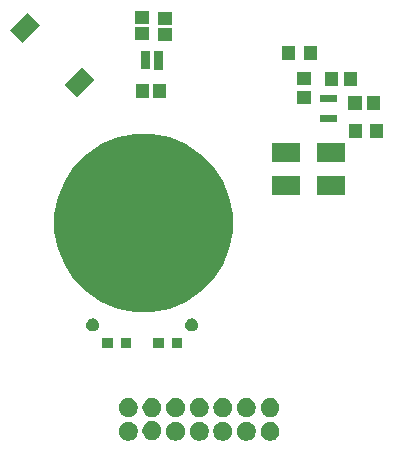
<source format=gts>
G04 #@! TF.GenerationSoftware,KiCad,Pcbnew,5.1.5-52549c5~84~ubuntu18.04.1*
G04 #@! TF.CreationDate,2020-02-14T10:22:43+02:00*
G04 #@! TF.ProjectId,Touch_Switch_1ch,546f7563-685f-4537-9769-7463685f3163,rev?*
G04 #@! TF.SameCoordinates,Original*
G04 #@! TF.FileFunction,Soldermask,Top*
G04 #@! TF.FilePolarity,Negative*
%FSLAX46Y46*%
G04 Gerber Fmt 4.6, Leading zero omitted, Abs format (unit mm)*
G04 Created by KiCad (PCBNEW 5.1.5-52549c5~84~ubuntu18.04.1) date 2020-02-14 10:22:43*
%MOMM*%
%LPD*%
G04 APERTURE LIST*
%ADD10C,0.100000*%
G04 APERTURE END LIST*
D10*
G36*
X96151642Y-71221781D02*
G01*
X96297414Y-71282162D01*
X96297416Y-71282163D01*
X96428608Y-71369822D01*
X96540178Y-71481392D01*
X96627837Y-71612584D01*
X96627838Y-71612586D01*
X96688219Y-71758358D01*
X96719000Y-71913107D01*
X96719000Y-72070893D01*
X96688219Y-72225642D01*
X96648548Y-72321416D01*
X96627837Y-72371416D01*
X96540178Y-72502608D01*
X96428608Y-72614178D01*
X96297416Y-72701837D01*
X96297415Y-72701838D01*
X96297414Y-72701838D01*
X96151642Y-72762219D01*
X95996893Y-72793000D01*
X95839107Y-72793000D01*
X95684358Y-72762219D01*
X95538586Y-72701838D01*
X95538585Y-72701838D01*
X95538584Y-72701837D01*
X95407392Y-72614178D01*
X95295822Y-72502608D01*
X95208163Y-72371416D01*
X95187452Y-72321416D01*
X95147781Y-72225642D01*
X95117000Y-72070893D01*
X95117000Y-71913107D01*
X95147781Y-71758358D01*
X95208162Y-71612586D01*
X95208163Y-71612584D01*
X95295822Y-71481392D01*
X95407392Y-71369822D01*
X95538584Y-71282163D01*
X95538586Y-71282162D01*
X95684358Y-71221781D01*
X95839107Y-71191000D01*
X95996893Y-71191000D01*
X96151642Y-71221781D01*
G37*
G36*
X102151642Y-71221781D02*
G01*
X102297414Y-71282162D01*
X102297416Y-71282163D01*
X102428608Y-71369822D01*
X102540178Y-71481392D01*
X102627837Y-71612584D01*
X102627838Y-71612586D01*
X102688219Y-71758358D01*
X102719000Y-71913107D01*
X102719000Y-72070893D01*
X102688219Y-72225642D01*
X102648548Y-72321416D01*
X102627837Y-72371416D01*
X102540178Y-72502608D01*
X102428608Y-72614178D01*
X102297416Y-72701837D01*
X102297415Y-72701838D01*
X102297414Y-72701838D01*
X102151642Y-72762219D01*
X101996893Y-72793000D01*
X101839107Y-72793000D01*
X101684358Y-72762219D01*
X101538586Y-72701838D01*
X101538585Y-72701838D01*
X101538584Y-72701837D01*
X101407392Y-72614178D01*
X101295822Y-72502608D01*
X101208163Y-72371416D01*
X101187452Y-72321416D01*
X101147781Y-72225642D01*
X101117000Y-72070893D01*
X101117000Y-71913107D01*
X101147781Y-71758358D01*
X101208162Y-71612586D01*
X101208163Y-71612584D01*
X101295822Y-71481392D01*
X101407392Y-71369822D01*
X101538584Y-71282163D01*
X101538586Y-71282162D01*
X101684358Y-71221781D01*
X101839107Y-71191000D01*
X101996893Y-71191000D01*
X102151642Y-71221781D01*
G37*
G36*
X92151642Y-71221781D02*
G01*
X92297414Y-71282162D01*
X92297416Y-71282163D01*
X92428608Y-71369822D01*
X92540178Y-71481392D01*
X92627837Y-71612584D01*
X92627838Y-71612586D01*
X92688219Y-71758358D01*
X92719000Y-71913107D01*
X92719000Y-72070893D01*
X92688219Y-72225642D01*
X92648548Y-72321416D01*
X92627837Y-72371416D01*
X92540178Y-72502608D01*
X92428608Y-72614178D01*
X92297416Y-72701837D01*
X92297415Y-72701838D01*
X92297414Y-72701838D01*
X92151642Y-72762219D01*
X91996893Y-72793000D01*
X91839107Y-72793000D01*
X91684358Y-72762219D01*
X91538586Y-72701838D01*
X91538585Y-72701838D01*
X91538584Y-72701837D01*
X91407392Y-72614178D01*
X91295822Y-72502608D01*
X91208163Y-72371416D01*
X91187452Y-72321416D01*
X91147781Y-72225642D01*
X91117000Y-72070893D01*
X91117000Y-71913107D01*
X91147781Y-71758358D01*
X91208162Y-71612586D01*
X91208163Y-71612584D01*
X91295822Y-71481392D01*
X91407392Y-71369822D01*
X91538584Y-71282163D01*
X91538586Y-71282162D01*
X91684358Y-71221781D01*
X91839107Y-71191000D01*
X91996893Y-71191000D01*
X92151642Y-71221781D01*
G37*
G36*
X100151642Y-71221781D02*
G01*
X100297414Y-71282162D01*
X100297416Y-71282163D01*
X100428608Y-71369822D01*
X100540178Y-71481392D01*
X100627837Y-71612584D01*
X100627838Y-71612586D01*
X100688219Y-71758358D01*
X100719000Y-71913107D01*
X100719000Y-72070893D01*
X100688219Y-72225642D01*
X100648548Y-72321416D01*
X100627837Y-72371416D01*
X100540178Y-72502608D01*
X100428608Y-72614178D01*
X100297416Y-72701837D01*
X100297415Y-72701838D01*
X100297414Y-72701838D01*
X100151642Y-72762219D01*
X99996893Y-72793000D01*
X99839107Y-72793000D01*
X99684358Y-72762219D01*
X99538586Y-72701838D01*
X99538585Y-72701838D01*
X99538584Y-72701837D01*
X99407392Y-72614178D01*
X99295822Y-72502608D01*
X99208163Y-72371416D01*
X99187452Y-72321416D01*
X99147781Y-72225642D01*
X99117000Y-72070893D01*
X99117000Y-71913107D01*
X99147781Y-71758358D01*
X99208162Y-71612586D01*
X99208163Y-71612584D01*
X99295822Y-71481392D01*
X99407392Y-71369822D01*
X99538584Y-71282163D01*
X99538586Y-71282162D01*
X99684358Y-71221781D01*
X99839107Y-71191000D01*
X99996893Y-71191000D01*
X100151642Y-71221781D01*
G37*
G36*
X98151642Y-71221781D02*
G01*
X98297414Y-71282162D01*
X98297416Y-71282163D01*
X98428608Y-71369822D01*
X98540178Y-71481392D01*
X98627837Y-71612584D01*
X98627838Y-71612586D01*
X98688219Y-71758358D01*
X98719000Y-71913107D01*
X98719000Y-72070893D01*
X98688219Y-72225642D01*
X98648548Y-72321416D01*
X98627837Y-72371416D01*
X98540178Y-72502608D01*
X98428608Y-72614178D01*
X98297416Y-72701837D01*
X98297415Y-72701838D01*
X98297414Y-72701838D01*
X98151642Y-72762219D01*
X97996893Y-72793000D01*
X97839107Y-72793000D01*
X97684358Y-72762219D01*
X97538586Y-72701838D01*
X97538585Y-72701838D01*
X97538584Y-72701837D01*
X97407392Y-72614178D01*
X97295822Y-72502608D01*
X97208163Y-72371416D01*
X97187452Y-72321416D01*
X97147781Y-72225642D01*
X97117000Y-72070893D01*
X97117000Y-71913107D01*
X97147781Y-71758358D01*
X97208162Y-71612586D01*
X97208163Y-71612584D01*
X97295822Y-71481392D01*
X97407392Y-71369822D01*
X97538584Y-71282163D01*
X97538586Y-71282162D01*
X97684358Y-71221781D01*
X97839107Y-71191000D01*
X97996893Y-71191000D01*
X98151642Y-71221781D01*
G37*
G36*
X104151642Y-71221781D02*
G01*
X104297414Y-71282162D01*
X104297416Y-71282163D01*
X104428608Y-71369822D01*
X104540178Y-71481392D01*
X104627837Y-71612584D01*
X104627838Y-71612586D01*
X104688219Y-71758358D01*
X104719000Y-71913107D01*
X104719000Y-72070893D01*
X104688219Y-72225642D01*
X104648548Y-72321416D01*
X104627837Y-72371416D01*
X104540178Y-72502608D01*
X104428608Y-72614178D01*
X104297416Y-72701837D01*
X104297415Y-72701838D01*
X104297414Y-72701838D01*
X104151642Y-72762219D01*
X103996893Y-72793000D01*
X103839107Y-72793000D01*
X103684358Y-72762219D01*
X103538586Y-72701838D01*
X103538585Y-72701838D01*
X103538584Y-72701837D01*
X103407392Y-72614178D01*
X103295822Y-72502608D01*
X103208163Y-72371416D01*
X103187452Y-72321416D01*
X103147781Y-72225642D01*
X103117000Y-72070893D01*
X103117000Y-71913107D01*
X103147781Y-71758358D01*
X103208162Y-71612586D01*
X103208163Y-71612584D01*
X103295822Y-71481392D01*
X103407392Y-71369822D01*
X103538584Y-71282163D01*
X103538586Y-71282162D01*
X103684358Y-71221781D01*
X103839107Y-71191000D01*
X103996893Y-71191000D01*
X104151642Y-71221781D01*
G37*
G36*
X94151642Y-71171781D02*
G01*
X94297414Y-71232162D01*
X94297416Y-71232163D01*
X94428608Y-71319822D01*
X94540178Y-71431392D01*
X94573587Y-71481393D01*
X94627838Y-71562586D01*
X94688219Y-71708358D01*
X94719000Y-71863107D01*
X94719000Y-72020893D01*
X94688219Y-72175642D01*
X94627838Y-72321414D01*
X94627837Y-72321416D01*
X94540178Y-72452608D01*
X94428608Y-72564178D01*
X94297416Y-72651837D01*
X94297415Y-72651838D01*
X94297414Y-72651838D01*
X94151642Y-72712219D01*
X93996893Y-72743000D01*
X93839107Y-72743000D01*
X93684358Y-72712219D01*
X93538586Y-72651838D01*
X93538585Y-72651838D01*
X93538584Y-72651837D01*
X93407392Y-72564178D01*
X93295822Y-72452608D01*
X93208163Y-72321416D01*
X93208162Y-72321414D01*
X93147781Y-72175642D01*
X93117000Y-72020893D01*
X93117000Y-71863107D01*
X93147781Y-71708358D01*
X93208162Y-71562586D01*
X93262413Y-71481393D01*
X93295822Y-71431392D01*
X93407392Y-71319822D01*
X93538584Y-71232163D01*
X93538586Y-71232162D01*
X93684358Y-71171781D01*
X93839107Y-71141000D01*
X93996893Y-71141000D01*
X94151642Y-71171781D01*
G37*
G36*
X92151642Y-69221781D02*
G01*
X92297414Y-69282162D01*
X92297416Y-69282163D01*
X92428608Y-69369822D01*
X92540178Y-69481392D01*
X92627837Y-69612584D01*
X92627838Y-69612586D01*
X92688219Y-69758358D01*
X92719000Y-69913107D01*
X92719000Y-70070893D01*
X92688219Y-70225642D01*
X92627838Y-70371414D01*
X92627837Y-70371416D01*
X92540178Y-70502608D01*
X92428608Y-70614178D01*
X92297416Y-70701837D01*
X92297415Y-70701838D01*
X92297414Y-70701838D01*
X92151642Y-70762219D01*
X91996893Y-70793000D01*
X91839107Y-70793000D01*
X91684358Y-70762219D01*
X91538586Y-70701838D01*
X91538585Y-70701838D01*
X91538584Y-70701837D01*
X91407392Y-70614178D01*
X91295822Y-70502608D01*
X91208163Y-70371416D01*
X91208162Y-70371414D01*
X91147781Y-70225642D01*
X91117000Y-70070893D01*
X91117000Y-69913107D01*
X91147781Y-69758358D01*
X91208162Y-69612586D01*
X91208163Y-69612584D01*
X91295822Y-69481392D01*
X91407392Y-69369822D01*
X91538584Y-69282163D01*
X91538586Y-69282162D01*
X91684358Y-69221781D01*
X91839107Y-69191000D01*
X91996893Y-69191000D01*
X92151642Y-69221781D01*
G37*
G36*
X94151642Y-69221781D02*
G01*
X94297414Y-69282162D01*
X94297416Y-69282163D01*
X94428608Y-69369822D01*
X94540178Y-69481392D01*
X94627837Y-69612584D01*
X94627838Y-69612586D01*
X94688219Y-69758358D01*
X94719000Y-69913107D01*
X94719000Y-70070893D01*
X94688219Y-70225642D01*
X94627838Y-70371414D01*
X94627837Y-70371416D01*
X94540178Y-70502608D01*
X94428608Y-70614178D01*
X94297416Y-70701837D01*
X94297415Y-70701838D01*
X94297414Y-70701838D01*
X94151642Y-70762219D01*
X93996893Y-70793000D01*
X93839107Y-70793000D01*
X93684358Y-70762219D01*
X93538586Y-70701838D01*
X93538585Y-70701838D01*
X93538584Y-70701837D01*
X93407392Y-70614178D01*
X93295822Y-70502608D01*
X93208163Y-70371416D01*
X93208162Y-70371414D01*
X93147781Y-70225642D01*
X93117000Y-70070893D01*
X93117000Y-69913107D01*
X93147781Y-69758358D01*
X93208162Y-69612586D01*
X93208163Y-69612584D01*
X93295822Y-69481392D01*
X93407392Y-69369822D01*
X93538584Y-69282163D01*
X93538586Y-69282162D01*
X93684358Y-69221781D01*
X93839107Y-69191000D01*
X93996893Y-69191000D01*
X94151642Y-69221781D01*
G37*
G36*
X104151642Y-69221781D02*
G01*
X104297414Y-69282162D01*
X104297416Y-69282163D01*
X104428608Y-69369822D01*
X104540178Y-69481392D01*
X104627837Y-69612584D01*
X104627838Y-69612586D01*
X104688219Y-69758358D01*
X104719000Y-69913107D01*
X104719000Y-70070893D01*
X104688219Y-70225642D01*
X104627838Y-70371414D01*
X104627837Y-70371416D01*
X104540178Y-70502608D01*
X104428608Y-70614178D01*
X104297416Y-70701837D01*
X104297415Y-70701838D01*
X104297414Y-70701838D01*
X104151642Y-70762219D01*
X103996893Y-70793000D01*
X103839107Y-70793000D01*
X103684358Y-70762219D01*
X103538586Y-70701838D01*
X103538585Y-70701838D01*
X103538584Y-70701837D01*
X103407392Y-70614178D01*
X103295822Y-70502608D01*
X103208163Y-70371416D01*
X103208162Y-70371414D01*
X103147781Y-70225642D01*
X103117000Y-70070893D01*
X103117000Y-69913107D01*
X103147781Y-69758358D01*
X103208162Y-69612586D01*
X103208163Y-69612584D01*
X103295822Y-69481392D01*
X103407392Y-69369822D01*
X103538584Y-69282163D01*
X103538586Y-69282162D01*
X103684358Y-69221781D01*
X103839107Y-69191000D01*
X103996893Y-69191000D01*
X104151642Y-69221781D01*
G37*
G36*
X102151642Y-69221781D02*
G01*
X102297414Y-69282162D01*
X102297416Y-69282163D01*
X102428608Y-69369822D01*
X102540178Y-69481392D01*
X102627837Y-69612584D01*
X102627838Y-69612586D01*
X102688219Y-69758358D01*
X102719000Y-69913107D01*
X102719000Y-70070893D01*
X102688219Y-70225642D01*
X102627838Y-70371414D01*
X102627837Y-70371416D01*
X102540178Y-70502608D01*
X102428608Y-70614178D01*
X102297416Y-70701837D01*
X102297415Y-70701838D01*
X102297414Y-70701838D01*
X102151642Y-70762219D01*
X101996893Y-70793000D01*
X101839107Y-70793000D01*
X101684358Y-70762219D01*
X101538586Y-70701838D01*
X101538585Y-70701838D01*
X101538584Y-70701837D01*
X101407392Y-70614178D01*
X101295822Y-70502608D01*
X101208163Y-70371416D01*
X101208162Y-70371414D01*
X101147781Y-70225642D01*
X101117000Y-70070893D01*
X101117000Y-69913107D01*
X101147781Y-69758358D01*
X101208162Y-69612586D01*
X101208163Y-69612584D01*
X101295822Y-69481392D01*
X101407392Y-69369822D01*
X101538584Y-69282163D01*
X101538586Y-69282162D01*
X101684358Y-69221781D01*
X101839107Y-69191000D01*
X101996893Y-69191000D01*
X102151642Y-69221781D01*
G37*
G36*
X100151642Y-69221781D02*
G01*
X100297414Y-69282162D01*
X100297416Y-69282163D01*
X100428608Y-69369822D01*
X100540178Y-69481392D01*
X100627837Y-69612584D01*
X100627838Y-69612586D01*
X100688219Y-69758358D01*
X100719000Y-69913107D01*
X100719000Y-70070893D01*
X100688219Y-70225642D01*
X100627838Y-70371414D01*
X100627837Y-70371416D01*
X100540178Y-70502608D01*
X100428608Y-70614178D01*
X100297416Y-70701837D01*
X100297415Y-70701838D01*
X100297414Y-70701838D01*
X100151642Y-70762219D01*
X99996893Y-70793000D01*
X99839107Y-70793000D01*
X99684358Y-70762219D01*
X99538586Y-70701838D01*
X99538585Y-70701838D01*
X99538584Y-70701837D01*
X99407392Y-70614178D01*
X99295822Y-70502608D01*
X99208163Y-70371416D01*
X99208162Y-70371414D01*
X99147781Y-70225642D01*
X99117000Y-70070893D01*
X99117000Y-69913107D01*
X99147781Y-69758358D01*
X99208162Y-69612586D01*
X99208163Y-69612584D01*
X99295822Y-69481392D01*
X99407392Y-69369822D01*
X99538584Y-69282163D01*
X99538586Y-69282162D01*
X99684358Y-69221781D01*
X99839107Y-69191000D01*
X99996893Y-69191000D01*
X100151642Y-69221781D01*
G37*
G36*
X96151642Y-69221781D02*
G01*
X96297414Y-69282162D01*
X96297416Y-69282163D01*
X96428608Y-69369822D01*
X96540178Y-69481392D01*
X96627837Y-69612584D01*
X96627838Y-69612586D01*
X96688219Y-69758358D01*
X96719000Y-69913107D01*
X96719000Y-70070893D01*
X96688219Y-70225642D01*
X96627838Y-70371414D01*
X96627837Y-70371416D01*
X96540178Y-70502608D01*
X96428608Y-70614178D01*
X96297416Y-70701837D01*
X96297415Y-70701838D01*
X96297414Y-70701838D01*
X96151642Y-70762219D01*
X95996893Y-70793000D01*
X95839107Y-70793000D01*
X95684358Y-70762219D01*
X95538586Y-70701838D01*
X95538585Y-70701838D01*
X95538584Y-70701837D01*
X95407392Y-70614178D01*
X95295822Y-70502608D01*
X95208163Y-70371416D01*
X95208162Y-70371414D01*
X95147781Y-70225642D01*
X95117000Y-70070893D01*
X95117000Y-69913107D01*
X95147781Y-69758358D01*
X95208162Y-69612586D01*
X95208163Y-69612584D01*
X95295822Y-69481392D01*
X95407392Y-69369822D01*
X95538584Y-69282163D01*
X95538586Y-69282162D01*
X95684358Y-69221781D01*
X95839107Y-69191000D01*
X95996893Y-69191000D01*
X96151642Y-69221781D01*
G37*
G36*
X98151642Y-69221781D02*
G01*
X98297414Y-69282162D01*
X98297416Y-69282163D01*
X98428608Y-69369822D01*
X98540178Y-69481392D01*
X98627837Y-69612584D01*
X98627838Y-69612586D01*
X98688219Y-69758358D01*
X98719000Y-69913107D01*
X98719000Y-70070893D01*
X98688219Y-70225642D01*
X98627838Y-70371414D01*
X98627837Y-70371416D01*
X98540178Y-70502608D01*
X98428608Y-70614178D01*
X98297416Y-70701837D01*
X98297415Y-70701838D01*
X98297414Y-70701838D01*
X98151642Y-70762219D01*
X97996893Y-70793000D01*
X97839107Y-70793000D01*
X97684358Y-70762219D01*
X97538586Y-70701838D01*
X97538585Y-70701838D01*
X97538584Y-70701837D01*
X97407392Y-70614178D01*
X97295822Y-70502608D01*
X97208163Y-70371416D01*
X97208162Y-70371414D01*
X97147781Y-70225642D01*
X97117000Y-70070893D01*
X97117000Y-69913107D01*
X97147781Y-69758358D01*
X97208162Y-69612586D01*
X97208163Y-69612584D01*
X97295822Y-69481392D01*
X97407392Y-69369822D01*
X97538584Y-69282163D01*
X97538586Y-69282162D01*
X97684358Y-69221781D01*
X97839107Y-69191000D01*
X97996893Y-69191000D01*
X98151642Y-69221781D01*
G37*
G36*
X90583000Y-64967000D02*
G01*
X89681000Y-64967000D01*
X89681000Y-64065000D01*
X90583000Y-64065000D01*
X90583000Y-64967000D01*
G37*
G36*
X96501000Y-64967000D02*
G01*
X95599000Y-64967000D01*
X95599000Y-64065000D01*
X96501000Y-64065000D01*
X96501000Y-64967000D01*
G37*
G36*
X94901000Y-64967000D02*
G01*
X93999000Y-64967000D01*
X93999000Y-64065000D01*
X94901000Y-64065000D01*
X94901000Y-64967000D01*
G37*
G36*
X92183000Y-64967000D02*
G01*
X91281000Y-64967000D01*
X91281000Y-64065000D01*
X92183000Y-64065000D01*
X92183000Y-64967000D01*
G37*
G36*
X97442721Y-62462174D02*
G01*
X97542995Y-62503709D01*
X97542996Y-62503710D01*
X97633242Y-62564010D01*
X97709990Y-62640758D01*
X97709991Y-62640760D01*
X97770291Y-62731005D01*
X97811826Y-62831279D01*
X97833000Y-62937730D01*
X97833000Y-63046270D01*
X97811826Y-63152721D01*
X97770291Y-63252995D01*
X97770290Y-63252996D01*
X97709990Y-63343242D01*
X97633242Y-63419990D01*
X97587812Y-63450345D01*
X97542995Y-63480291D01*
X97442721Y-63521826D01*
X97336270Y-63543000D01*
X97227730Y-63543000D01*
X97121279Y-63521826D01*
X97021005Y-63480291D01*
X96976188Y-63450345D01*
X96930758Y-63419990D01*
X96854010Y-63343242D01*
X96793710Y-63252996D01*
X96793709Y-63252995D01*
X96752174Y-63152721D01*
X96731000Y-63046270D01*
X96731000Y-62937730D01*
X96752174Y-62831279D01*
X96793709Y-62731005D01*
X96854009Y-62640760D01*
X96854010Y-62640758D01*
X96930758Y-62564010D01*
X97021004Y-62503710D01*
X97021005Y-62503709D01*
X97121279Y-62462174D01*
X97227730Y-62441000D01*
X97336270Y-62441000D01*
X97442721Y-62462174D01*
G37*
G36*
X89060721Y-62462174D02*
G01*
X89160995Y-62503709D01*
X89160996Y-62503710D01*
X89251242Y-62564010D01*
X89327990Y-62640758D01*
X89327991Y-62640760D01*
X89388291Y-62731005D01*
X89429826Y-62831279D01*
X89451000Y-62937730D01*
X89451000Y-63046270D01*
X89429826Y-63152721D01*
X89388291Y-63252995D01*
X89388290Y-63252996D01*
X89327990Y-63343242D01*
X89251242Y-63419990D01*
X89205812Y-63450345D01*
X89160995Y-63480291D01*
X89060721Y-63521826D01*
X88954270Y-63543000D01*
X88845730Y-63543000D01*
X88739279Y-63521826D01*
X88639005Y-63480291D01*
X88594188Y-63450345D01*
X88548758Y-63419990D01*
X88472010Y-63343242D01*
X88411710Y-63252996D01*
X88411709Y-63252995D01*
X88370174Y-63152721D01*
X88349000Y-63046270D01*
X88349000Y-62937730D01*
X88370174Y-62831279D01*
X88411709Y-62731005D01*
X88472009Y-62640760D01*
X88472010Y-62640758D01*
X88548758Y-62564010D01*
X88639004Y-62503710D01*
X88639005Y-62503709D01*
X88739279Y-62462174D01*
X88845730Y-62441000D01*
X88954270Y-62441000D01*
X89060721Y-62462174D01*
G37*
G36*
X95419544Y-47095180D02*
G01*
X96667257Y-47612000D01*
X96793740Y-47664391D01*
X98030482Y-48490755D01*
X99082245Y-49542518D01*
X99908609Y-50779260D01*
X99908610Y-50779262D01*
X100477820Y-52153456D01*
X100768000Y-53612290D01*
X100768000Y-55099710D01*
X100477820Y-56558544D01*
X99908610Y-57932738D01*
X99908609Y-57932740D01*
X99082245Y-59169482D01*
X98030482Y-60221245D01*
X96793740Y-61047609D01*
X96793739Y-61047610D01*
X96793738Y-61047610D01*
X95419544Y-61616820D01*
X93960710Y-61907000D01*
X92473290Y-61907000D01*
X91014456Y-61616820D01*
X89640262Y-61047610D01*
X89640261Y-61047610D01*
X89640260Y-61047609D01*
X88403518Y-60221245D01*
X87351755Y-59169482D01*
X86525391Y-57932740D01*
X86525390Y-57932738D01*
X85956180Y-56558544D01*
X85666000Y-55099710D01*
X85666000Y-53612290D01*
X85956180Y-52153456D01*
X86525390Y-50779262D01*
X86525391Y-50779260D01*
X87351755Y-49542518D01*
X88403518Y-48490755D01*
X89640260Y-47664391D01*
X89766743Y-47612000D01*
X91014456Y-47095180D01*
X92473290Y-46805000D01*
X93960710Y-46805000D01*
X95419544Y-47095180D01*
G37*
G36*
X110248500Y-51956000D02*
G01*
X107885500Y-51956000D01*
X107885500Y-50406000D01*
X110248500Y-50406000D01*
X110248500Y-51956000D01*
G37*
G36*
X106464500Y-51956000D02*
G01*
X104101500Y-51956000D01*
X104101500Y-50406000D01*
X106464500Y-50406000D01*
X106464500Y-51956000D01*
G37*
G36*
X110248500Y-49162000D02*
G01*
X107885500Y-49162000D01*
X107885500Y-47612000D01*
X110248500Y-47612000D01*
X110248500Y-49162000D01*
G37*
G36*
X106464500Y-49162000D02*
G01*
X104101500Y-49162000D01*
X104101500Y-47612000D01*
X106464500Y-47612000D01*
X106464500Y-49162000D01*
G37*
G36*
X113476000Y-47210000D02*
G01*
X112374000Y-47210000D01*
X112374000Y-46008000D01*
X113476000Y-46008000D01*
X113476000Y-47210000D01*
G37*
G36*
X111676000Y-47210000D02*
G01*
X110574000Y-47210000D01*
X110574000Y-46008000D01*
X111676000Y-46008000D01*
X111676000Y-47210000D01*
G37*
G36*
X109548000Y-45855000D02*
G01*
X108130000Y-45855000D01*
X108130000Y-45253000D01*
X109548000Y-45253000D01*
X109548000Y-45855000D01*
G37*
G36*
X111664000Y-44797000D02*
G01*
X110562000Y-44797000D01*
X110562000Y-43595000D01*
X111664000Y-43595000D01*
X111664000Y-44797000D01*
G37*
G36*
X113264000Y-44797000D02*
G01*
X112162000Y-44797000D01*
X112162000Y-43595000D01*
X113264000Y-43595000D01*
X113264000Y-44797000D01*
G37*
G36*
X107409000Y-44292000D02*
G01*
X106207000Y-44292000D01*
X106207000Y-43190000D01*
X107409000Y-43190000D01*
X107409000Y-44292000D01*
G37*
G36*
X109548000Y-44155000D02*
G01*
X108130000Y-44155000D01*
X108130000Y-43553000D01*
X109548000Y-43553000D01*
X109548000Y-44155000D01*
G37*
G36*
X93704000Y-43781000D02*
G01*
X92602000Y-43781000D01*
X92602000Y-42579000D01*
X93704000Y-42579000D01*
X93704000Y-43781000D01*
G37*
G36*
X95104000Y-43781000D02*
G01*
X94002000Y-43781000D01*
X94002000Y-42579000D01*
X95104000Y-42579000D01*
X95104000Y-43781000D01*
G37*
G36*
X89043303Y-42217965D02*
G01*
X87556965Y-43704303D01*
X86494891Y-42642229D01*
X87981229Y-41155891D01*
X89043303Y-42217965D01*
G37*
G36*
X111245000Y-42765000D02*
G01*
X110143000Y-42765000D01*
X110143000Y-41563000D01*
X111245000Y-41563000D01*
X111245000Y-42765000D01*
G37*
G36*
X109645000Y-42765000D02*
G01*
X108543000Y-42765000D01*
X108543000Y-41563000D01*
X109645000Y-41563000D01*
X109645000Y-42765000D01*
G37*
G36*
X107409000Y-42692000D02*
G01*
X106207000Y-42692000D01*
X106207000Y-41590000D01*
X107409000Y-41590000D01*
X107409000Y-42692000D01*
G37*
G36*
X94864000Y-41372000D02*
G01*
X94112000Y-41372000D01*
X94112000Y-39822000D01*
X94864000Y-39822000D01*
X94864000Y-41372000D01*
G37*
G36*
X93721000Y-41331000D02*
G01*
X92969000Y-41331000D01*
X92969000Y-39781000D01*
X93721000Y-39781000D01*
X93721000Y-41331000D01*
G37*
G36*
X106066000Y-40606000D02*
G01*
X104964000Y-40606000D01*
X104964000Y-39404000D01*
X106066000Y-39404000D01*
X106066000Y-40606000D01*
G37*
G36*
X107866000Y-40606000D02*
G01*
X106764000Y-40606000D01*
X106764000Y-39404000D01*
X107866000Y-39404000D01*
X107866000Y-40606000D01*
G37*
G36*
X84447109Y-37621771D02*
G01*
X82960771Y-39108109D01*
X81898697Y-38046035D01*
X83385035Y-36559697D01*
X84447109Y-37621771D01*
G37*
G36*
X95597000Y-38970000D02*
G01*
X94395000Y-38970000D01*
X94395000Y-37868000D01*
X95597000Y-37868000D01*
X95597000Y-38970000D01*
G37*
G36*
X93692000Y-38905000D02*
G01*
X92490000Y-38905000D01*
X92490000Y-37803000D01*
X93692000Y-37803000D01*
X93692000Y-38905000D01*
G37*
G36*
X95597000Y-37570000D02*
G01*
X94395000Y-37570000D01*
X94395000Y-36468000D01*
X95597000Y-36468000D01*
X95597000Y-37570000D01*
G37*
G36*
X93692000Y-37505000D02*
G01*
X92490000Y-37505000D01*
X92490000Y-36403000D01*
X93692000Y-36403000D01*
X93692000Y-37505000D01*
G37*
M02*

</source>
